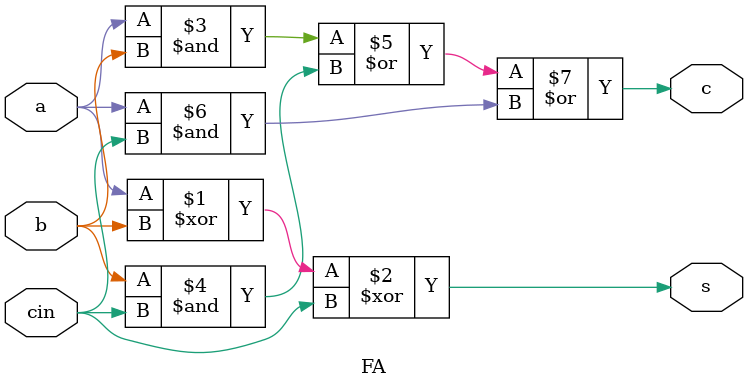
<source format=sv>
`timescale 1ns/1ps

module HA (
    output logic c,
    output logic s,
    input logic a,
    input logic b
);

assign s = a ^ b ;
assign c = a & b ;
    
endmodule

module FA (
    output logic c,
    output logic s,
    input logic a,
    input logic b,
    input logic cin
);

assign s = a ^ b ^cin;
assign c = (a & b) | (b & cin) | (a & cin) ;
    
endmodule
</source>
